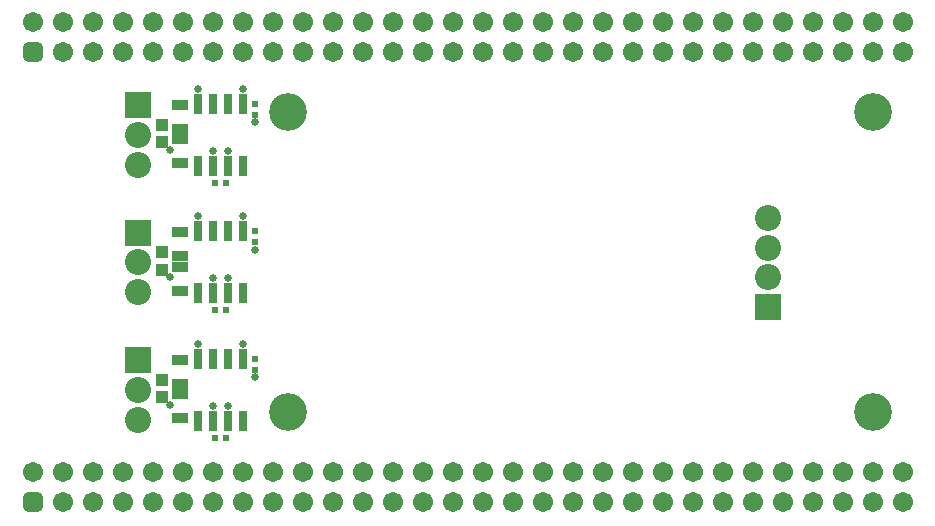
<source format=gts>
G04*
G04 #@! TF.GenerationSoftware,Altium Limited,Altium Designer,26.1.1 (7)*
G04*
G04 Layer_Color=8388736*
%FSLAX44Y44*%
%MOMM*%
G71*
G04*
G04 #@! TF.SameCoordinates,9E97019B-2CEB-4017-89FE-32B60DA2A515*
G04*
G04*
G04 #@! TF.FilePolarity,Negative*
G04*
G01*
G75*
%ADD10R,0.8032X1.8032*%
%ADD11R,1.4532X0.9032*%
%ADD12R,1.0032X1.0032*%
%ADD13R,0.6000X0.6000*%
%ADD14R,0.6000X0.6000*%
%ADD15C,1.7032*%
G04:AMPARAMS|DCode=16|XSize=1.7032mm|YSize=1.7032mm|CornerRadius=0.4766mm|HoleSize=0mm|Usage=FLASHONLY|Rotation=0.000|XOffset=0mm|YOffset=0mm|HoleType=Round|Shape=RoundedRectangle|*
%AMROUNDEDRECTD16*
21,1,1.7032,0.7500,0,0,0.0*
21,1,0.7500,1.7032,0,0,0.0*
1,1,0.9532,0.3750,-0.3750*
1,1,0.9532,-0.3750,-0.3750*
1,1,0.9532,-0.3750,0.3750*
1,1,0.9532,0.3750,0.3750*
%
%ADD16ROUNDEDRECTD16*%
%ADD17C,2.2032*%
%ADD18R,2.2032X2.2032*%
%ADD19C,3.2032*%
%ADD20C,0.6532*%
D10*
X-558800Y-337400D02*
D03*
X-571500D02*
D03*
X-584200D02*
D03*
X-596900D02*
D03*
X-558800Y-284900D02*
D03*
X-571500D02*
D03*
X-584200D02*
D03*
X-596900D02*
D03*
X-558800Y-229450D02*
D03*
X-571500D02*
D03*
X-584200D02*
D03*
X-596900D02*
D03*
X-558800Y-176950D02*
D03*
X-571500D02*
D03*
X-584200D02*
D03*
X-596900D02*
D03*
X-558800Y-121500D02*
D03*
X-571500D02*
D03*
X-584200D02*
D03*
X-596900D02*
D03*
X-558800Y-69000D02*
D03*
X-571500D02*
D03*
X-584200D02*
D03*
X-596900D02*
D03*
D11*
X-612140Y-305750D02*
D03*
Y-285750D02*
D03*
Y-314960D02*
D03*
Y-334960D02*
D03*
Y-207010D02*
D03*
Y-227010D02*
D03*
Y-197800D02*
D03*
Y-177800D02*
D03*
Y-99060D02*
D03*
Y-119060D02*
D03*
Y-89850D02*
D03*
Y-69850D02*
D03*
D12*
X-627380Y-302380D02*
D03*
Y-317380D02*
D03*
Y-194430D02*
D03*
Y-209430D02*
D03*
Y-86480D02*
D03*
Y-101480D02*
D03*
D13*
X-548640Y-293900D02*
D03*
Y-284900D02*
D03*
Y-185950D02*
D03*
Y-176950D02*
D03*
Y-78000D02*
D03*
Y-69000D02*
D03*
D14*
X-582350Y-351790D02*
D03*
X-573350D02*
D03*
X-582350Y-243840D02*
D03*
X-573350D02*
D03*
X-582350Y-135890D02*
D03*
X-573350D02*
D03*
D15*
X0Y0D02*
D03*
X-25400D02*
D03*
X-50800D02*
D03*
X-76200D02*
D03*
X-101600D02*
D03*
X-127000D02*
D03*
X-152400D02*
D03*
X-177800D02*
D03*
X-203200D02*
D03*
X0Y-25400D02*
D03*
X-25400D02*
D03*
X-50800D02*
D03*
X-76200D02*
D03*
X-101600D02*
D03*
X-127000D02*
D03*
X-152400D02*
D03*
X-177800D02*
D03*
X-203200D02*
D03*
X-228600Y0D02*
D03*
X-254000D02*
D03*
X-228600Y-25400D02*
D03*
X-254000D02*
D03*
X-330200Y0D02*
D03*
Y-25400D02*
D03*
X-355600Y0D02*
D03*
Y-25400D02*
D03*
X-406400Y0D02*
D03*
Y-25400D02*
D03*
X-533400Y0D02*
D03*
Y-25400D02*
D03*
X-584200Y0D02*
D03*
Y-25400D02*
D03*
X-635000Y0D02*
D03*
Y-25400D02*
D03*
X-685800Y0D02*
D03*
Y-25400D02*
D03*
X-711200Y0D02*
D03*
Y-25400D02*
D03*
X-736600Y0D02*
D03*
X-660400Y-25400D02*
D03*
Y0D02*
D03*
X-609600Y-25400D02*
D03*
Y0D02*
D03*
X-558800Y-25400D02*
D03*
Y0D02*
D03*
X-508000Y-25400D02*
D03*
Y0D02*
D03*
X-482600Y-25400D02*
D03*
Y0D02*
D03*
X-457200Y-25400D02*
D03*
Y0D02*
D03*
X-431800Y-25400D02*
D03*
Y0D02*
D03*
X-381000Y-25400D02*
D03*
Y0D02*
D03*
X-304800Y-25400D02*
D03*
X-279400D02*
D03*
X-304800Y0D02*
D03*
X-279400D02*
D03*
X0Y-381000D02*
D03*
X-25400D02*
D03*
X-50800D02*
D03*
X-76200D02*
D03*
X-101600D02*
D03*
X-127000D02*
D03*
X-152400D02*
D03*
X-177800D02*
D03*
X-203200D02*
D03*
X0Y-406400D02*
D03*
X-25400D02*
D03*
X-50800D02*
D03*
X-76200D02*
D03*
X-101600D02*
D03*
X-127000D02*
D03*
X-152400D02*
D03*
X-177800D02*
D03*
X-203200D02*
D03*
X-228600Y-381000D02*
D03*
X-254000D02*
D03*
X-228600Y-406400D02*
D03*
X-254000D02*
D03*
X-330200Y-381000D02*
D03*
Y-406400D02*
D03*
X-355600Y-381000D02*
D03*
Y-406400D02*
D03*
X-406400Y-381000D02*
D03*
Y-406400D02*
D03*
X-533400Y-381000D02*
D03*
Y-406400D02*
D03*
X-584200Y-381000D02*
D03*
Y-406400D02*
D03*
X-635000Y-381000D02*
D03*
Y-406400D02*
D03*
X-685800Y-381000D02*
D03*
Y-406400D02*
D03*
X-711200Y-381000D02*
D03*
Y-406400D02*
D03*
X-736600Y-381000D02*
D03*
X-660400Y-406400D02*
D03*
Y-381000D02*
D03*
X-609600Y-406400D02*
D03*
Y-381000D02*
D03*
X-558800Y-406400D02*
D03*
Y-381000D02*
D03*
X-508000Y-406400D02*
D03*
Y-381000D02*
D03*
X-482600Y-406400D02*
D03*
Y-381000D02*
D03*
X-457200Y-406400D02*
D03*
Y-381000D02*
D03*
X-431800Y-406400D02*
D03*
Y-381000D02*
D03*
X-381000Y-406400D02*
D03*
Y-381000D02*
D03*
X-304800Y-406400D02*
D03*
X-279400D02*
D03*
X-304800Y-381000D02*
D03*
X-279400D02*
D03*
D16*
X-736600Y-25400D02*
D03*
Y-406400D02*
D03*
D17*
X-647700Y-336150D02*
D03*
Y-311150D02*
D03*
X-114300Y-215900D02*
D03*
Y-190900D02*
D03*
Y-165900D02*
D03*
X-647700Y-120250D02*
D03*
Y-95250D02*
D03*
Y-228200D02*
D03*
Y-203200D02*
D03*
D18*
Y-286150D02*
D03*
X-114300Y-240900D02*
D03*
X-647700Y-70250D02*
D03*
Y-178200D02*
D03*
D19*
X-520700Y-76200D02*
D03*
Y-330200D02*
D03*
X-25400D02*
D03*
Y-76200D02*
D03*
D20*
X-558800Y-272200D02*
D03*
Y-56300D02*
D03*
Y-164250D02*
D03*
X-596900Y-272200D02*
D03*
X-548640Y-300250D02*
D03*
X-571500Y-324700D02*
D03*
X-584200D02*
D03*
X-621030Y-323730D02*
D03*
Y-215780D02*
D03*
X-584200Y-216750D02*
D03*
X-571500D02*
D03*
X-548640Y-192300D02*
D03*
X-596900Y-164250D02*
D03*
Y-56300D02*
D03*
X-548640Y-84350D02*
D03*
X-571500Y-108800D02*
D03*
X-584200D02*
D03*
X-621030Y-107830D02*
D03*
M02*

</source>
